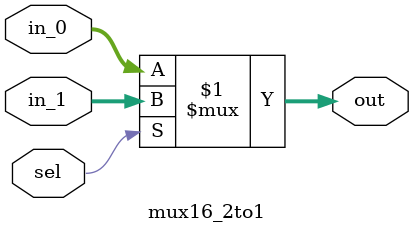
<source format=v>
module mux16_2to1(
    input [15:0] in_0, in_1, 
    input sel,
    output [15:0] out
);
    assign out = sel ? in_1 : in_0;
endmodule

</source>
